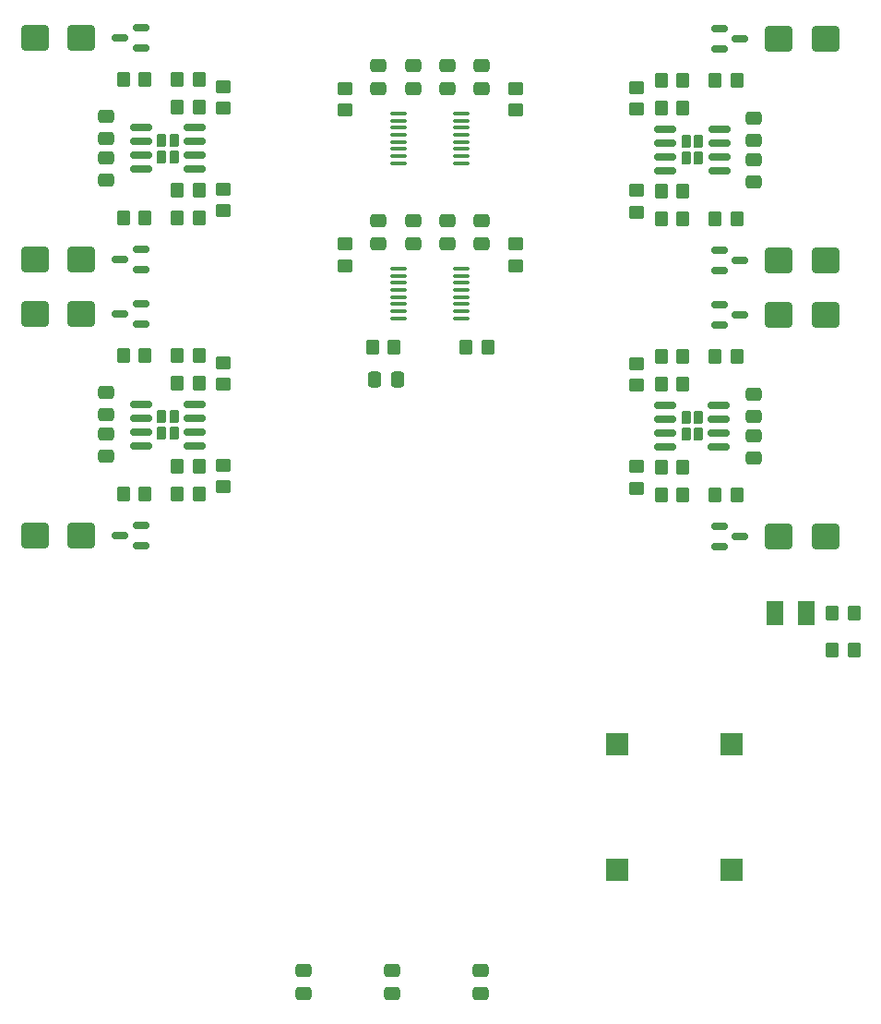
<source format=gtp>
G04 #@! TF.GenerationSoftware,KiCad,Pcbnew,7.0.3*
G04 #@! TF.CreationDate,2023-07-04T11:33:37+03:00*
G04 #@! TF.ProjectId,horse_feeder,686f7273-655f-4666-9565-6465722e6b69,rev?*
G04 #@! TF.SameCoordinates,Original*
G04 #@! TF.FileFunction,Paste,Top*
G04 #@! TF.FilePolarity,Positive*
%FSLAX46Y46*%
G04 Gerber Fmt 4.6, Leading zero omitted, Abs format (unit mm)*
G04 Created by KiCad (PCBNEW 7.0.3) date 2023-07-04 11:33:37*
%MOMM*%
%LPD*%
G01*
G04 APERTURE LIST*
G04 Aperture macros list*
%AMRoundRect*
0 Rectangle with rounded corners*
0 $1 Rounding radius*
0 $2 $3 $4 $5 $6 $7 $8 $9 X,Y pos of 4 corners*
0 Add a 4 corners polygon primitive as box body*
4,1,4,$2,$3,$4,$5,$6,$7,$8,$9,$2,$3,0*
0 Add four circle primitives for the rounded corners*
1,1,$1+$1,$2,$3*
1,1,$1+$1,$4,$5*
1,1,$1+$1,$6,$7*
1,1,$1+$1,$8,$9*
0 Add four rect primitives between the rounded corners*
20,1,$1+$1,$2,$3,$4,$5,0*
20,1,$1+$1,$4,$5,$6,$7,0*
20,1,$1+$1,$6,$7,$8,$9,0*
20,1,$1+$1,$8,$9,$2,$3,0*%
G04 Aperture macros list end*
%ADD10RoundRect,0.230000X0.230000X0.375000X-0.230000X0.375000X-0.230000X-0.375000X0.230000X-0.375000X0*%
%ADD11RoundRect,0.150000X0.825000X0.150000X-0.825000X0.150000X-0.825000X-0.150000X0.825000X-0.150000X0*%
%ADD12RoundRect,0.100000X-0.637500X-0.100000X0.637500X-0.100000X0.637500X0.100000X-0.637500X0.100000X0*%
%ADD13RoundRect,0.250000X-0.350000X-0.450000X0.350000X-0.450000X0.350000X0.450000X-0.350000X0.450000X0*%
%ADD14RoundRect,0.250000X-0.450000X0.350000X-0.450000X-0.350000X0.450000X-0.350000X0.450000X0.350000X0*%
%ADD15RoundRect,0.250000X-0.475000X0.337500X-0.475000X-0.337500X0.475000X-0.337500X0.475000X0.337500X0*%
%ADD16RoundRect,0.250000X-1.000000X-0.900000X1.000000X-0.900000X1.000000X0.900000X-1.000000X0.900000X0*%
%ADD17RoundRect,0.250000X0.475000X-0.337500X0.475000X0.337500X-0.475000X0.337500X-0.475000X-0.337500X0*%
%ADD18RoundRect,0.250000X1.000000X0.900000X-1.000000X0.900000X-1.000000X-0.900000X1.000000X-0.900000X0*%
%ADD19RoundRect,0.230000X-0.230000X-0.375000X0.230000X-0.375000X0.230000X0.375000X-0.230000X0.375000X0*%
%ADD20RoundRect,0.150000X-0.825000X-0.150000X0.825000X-0.150000X0.825000X0.150000X-0.825000X0.150000X0*%
%ADD21RoundRect,0.250000X0.350000X0.450000X-0.350000X0.450000X-0.350000X-0.450000X0.350000X-0.450000X0*%
%ADD22R,2.000000X2.000000*%
%ADD23RoundRect,0.150000X0.587500X0.150000X-0.587500X0.150000X-0.587500X-0.150000X0.587500X-0.150000X0*%
%ADD24RoundRect,0.250000X0.450000X-0.350000X0.450000X0.350000X-0.450000X0.350000X-0.450000X-0.350000X0*%
%ADD25RoundRect,0.150000X-0.587500X-0.150000X0.587500X-0.150000X0.587500X0.150000X-0.587500X0.150000X0*%
%ADD26R,1.550000X2.200000*%
%ADD27RoundRect,0.250000X-0.337500X-0.475000X0.337500X-0.475000X0.337500X0.475000X-0.337500X0.475000X0*%
G04 APERTURE END LIST*
D10*
X46520000Y-123467000D03*
X46520000Y-121967000D03*
X45380000Y-123467000D03*
X45380000Y-121967000D03*
D11*
X48425000Y-124622000D03*
X48425000Y-123352000D03*
X48425000Y-122082000D03*
X48425000Y-120812000D03*
X43475000Y-120812000D03*
X43475000Y-122082000D03*
X43475000Y-123352000D03*
X43475000Y-124622000D03*
D12*
X67135000Y-94165500D03*
X67135000Y-94815500D03*
X67135000Y-95465500D03*
X67135000Y-96115500D03*
X67135000Y-96765500D03*
X67135000Y-97415500D03*
X67135000Y-98065500D03*
X67135000Y-98715500D03*
X72860000Y-98715500D03*
X72860000Y-98065500D03*
X72860000Y-97415500D03*
X72860000Y-96765500D03*
X72860000Y-96115500D03*
X72860000Y-95465500D03*
X72860000Y-94815500D03*
X72860000Y-94165500D03*
D13*
X41840000Y-103744501D03*
X43840000Y-103744501D03*
X91200000Y-91144501D03*
X93200000Y-91144501D03*
D14*
X62152500Y-91878000D03*
X62152500Y-93878000D03*
D15*
X58360000Y-172762500D03*
X58360000Y-174837500D03*
D16*
X33700000Y-112554501D03*
X38000000Y-112554501D03*
D17*
X99700000Y-96656228D03*
X99700000Y-94581228D03*
D13*
X41840000Y-129064501D03*
X43840000Y-129064501D03*
X91195000Y-116465000D03*
X93195000Y-116465000D03*
D18*
X106295000Y-132975000D03*
X101995000Y-132975000D03*
D17*
X65272500Y-106108500D03*
X65272500Y-104033500D03*
D19*
X93475000Y-122062501D03*
X93475000Y-123562501D03*
X94615000Y-122062501D03*
X94615000Y-123562501D03*
D20*
X91570000Y-120907501D03*
X91570000Y-122177501D03*
X91570000Y-123447501D03*
X91570000Y-124717501D03*
X96520000Y-124717501D03*
X96520000Y-123447501D03*
X96520000Y-122177501D03*
X96520000Y-120907501D03*
D16*
X33700000Y-87234501D03*
X38000000Y-87234501D03*
D21*
X48800000Y-93584501D03*
X46800000Y-93584501D03*
X48800000Y-103744501D03*
X46800000Y-103744501D03*
X48800000Y-129064501D03*
X46800000Y-129064501D03*
D17*
X65272500Y-91868000D03*
X65272500Y-89793000D03*
X74722500Y-91868000D03*
X74722500Y-89793000D03*
X40300000Y-96497774D03*
X40300000Y-94422774D03*
D21*
X48800000Y-101204501D03*
X46800000Y-101204501D03*
X98155000Y-129165000D03*
X96155000Y-129165000D03*
D22*
X97695000Y-163485001D03*
X87195000Y-163485001D03*
X87195000Y-151985001D03*
X97695000Y-151985001D03*
D21*
X48800000Y-118904501D03*
X46800000Y-118904501D03*
D14*
X62152500Y-106108500D03*
X62152500Y-108108500D03*
D17*
X40300000Y-121817774D03*
X40300000Y-119742774D03*
D13*
X91200000Y-93684501D03*
X93200000Y-93684501D03*
X106900000Y-140000000D03*
X108900000Y-140000000D03*
D17*
X99695000Y-121976727D03*
X99695000Y-119901727D03*
D14*
X77842500Y-106108500D03*
X77842500Y-108108500D03*
X88950000Y-91784501D03*
X88950000Y-93784501D03*
D17*
X68422500Y-91868000D03*
X68422500Y-89793000D03*
D13*
X91195000Y-129165000D03*
X93195000Y-129165000D03*
D21*
X48800000Y-116364501D03*
X46800000Y-116364501D03*
D23*
X43445000Y-88184501D03*
X43445000Y-86284501D03*
X41570000Y-87234501D03*
X43445000Y-113504501D03*
X43445000Y-111604501D03*
X41570000Y-112554501D03*
X43445000Y-133824501D03*
X43445000Y-131924501D03*
X41570000Y-132874501D03*
D24*
X51050000Y-128424501D03*
X51050000Y-126424501D03*
D21*
X98160000Y-91144501D03*
X96160000Y-91144501D03*
D15*
X74600000Y-172762500D03*
X74600000Y-174837500D03*
D13*
X41840000Y-116364501D03*
X43840000Y-116364501D03*
X91195000Y-126625000D03*
X93195000Y-126625000D03*
D17*
X71572500Y-91868000D03*
X71572500Y-89793000D03*
D25*
X96550000Y-111705000D03*
X96550000Y-113605000D03*
X98425000Y-112655000D03*
X96555000Y-106704501D03*
X96555000Y-108604501D03*
X98430000Y-107654501D03*
D26*
X104525000Y-140000000D03*
X101675000Y-140000000D03*
D21*
X75300000Y-115600000D03*
X73300000Y-115600000D03*
X98160000Y-103844501D03*
X96160000Y-103844501D03*
X98155000Y-116465000D03*
X96155000Y-116465000D03*
D24*
X51050000Y-119004501D03*
X51050000Y-117004501D03*
D16*
X33700000Y-107554501D03*
X38000000Y-107554501D03*
D17*
X71572500Y-106108500D03*
X71572500Y-104033500D03*
D14*
X88950000Y-101204501D03*
X88950000Y-103204501D03*
D15*
X40300000Y-98232774D03*
X40300000Y-100307774D03*
D18*
X106300000Y-87334501D03*
X102000000Y-87334501D03*
D12*
X67135000Y-108406000D03*
X67135000Y-109056000D03*
X67135000Y-109706000D03*
X67135000Y-110356000D03*
X67135000Y-111006000D03*
X67135000Y-111656000D03*
X67135000Y-112306000D03*
X67135000Y-112956000D03*
X72860000Y-112956000D03*
X72860000Y-112306000D03*
X72860000Y-111656000D03*
X72860000Y-111006000D03*
X72860000Y-110356000D03*
X72860000Y-109706000D03*
X72860000Y-109056000D03*
X72860000Y-108406000D03*
D15*
X66480000Y-172762500D03*
X66480000Y-174837500D03*
D13*
X106900000Y-143400000D03*
X108900000Y-143400000D03*
D18*
X106300000Y-107654501D03*
X102000000Y-107654501D03*
D25*
X96555000Y-86384501D03*
X96555000Y-88284501D03*
X98430000Y-87334501D03*
D24*
X51050000Y-93684501D03*
X51050000Y-91684501D03*
D23*
X43445000Y-108504501D03*
X43445000Y-106604501D03*
X41570000Y-107554501D03*
D10*
X46520000Y-98147000D03*
X46520000Y-96647000D03*
X45380000Y-98147000D03*
X45380000Y-96647000D03*
D11*
X48425000Y-99302000D03*
X48425000Y-98032000D03*
X48425000Y-96762000D03*
X48425000Y-95492000D03*
X43475000Y-95492000D03*
X43475000Y-96762000D03*
X43475000Y-98032000D03*
X43475000Y-99302000D03*
D19*
X93480000Y-96742002D03*
X93480000Y-98242002D03*
X94620000Y-96742002D03*
X94620000Y-98242002D03*
D20*
X91575000Y-95587002D03*
X91575000Y-96857002D03*
X91575000Y-98127002D03*
X91575000Y-99397002D03*
X96525000Y-99397002D03*
X96525000Y-98127002D03*
X96525000Y-96857002D03*
X96525000Y-95587002D03*
D21*
X48800000Y-126524501D03*
X46800000Y-126524501D03*
D27*
X64925000Y-118600000D03*
X67000000Y-118600000D03*
D17*
X74722500Y-106108500D03*
X74722500Y-104033500D03*
D21*
X48800000Y-91044501D03*
X46800000Y-91044501D03*
D15*
X40300000Y-123552774D03*
X40300000Y-125627774D03*
D18*
X106295000Y-112655000D03*
X101995000Y-112655000D03*
D17*
X68422500Y-106108500D03*
X68422500Y-104033500D03*
D13*
X91195000Y-119005000D03*
X93195000Y-119005000D03*
D15*
X99700000Y-98391228D03*
X99700000Y-100466228D03*
D14*
X77842500Y-91868000D03*
X77842500Y-93868000D03*
X88945000Y-117105000D03*
X88945000Y-119105000D03*
D13*
X64700000Y-115600000D03*
X66700000Y-115600000D03*
X91200000Y-103844501D03*
X93200000Y-103844501D03*
D25*
X96550000Y-132025000D03*
X96550000Y-133925000D03*
X98425000Y-132975000D03*
D15*
X99695000Y-123711727D03*
X99695000Y-125786727D03*
D24*
X51050000Y-103104501D03*
X51050000Y-101104501D03*
D14*
X88945000Y-126525000D03*
X88945000Y-128525000D03*
D13*
X41840000Y-91044501D03*
X43840000Y-91044501D03*
D16*
X33700000Y-132874501D03*
X38000000Y-132874501D03*
D13*
X91200000Y-101304501D03*
X93200000Y-101304501D03*
M02*

</source>
